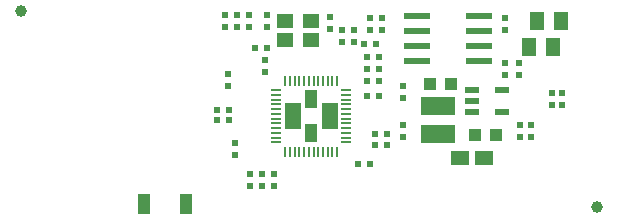
<source format=gbr>
%TF.GenerationSoftware,KiCad,Pcbnew,7.0.9-7.0.9~ubuntu22.04.1*%
%TF.CreationDate,2024-07-08T15:30:03+03:00*%
%TF.ProjectId,USB-GIGABIT_Rev_E,5553422d-4749-4474-9142-49545f526576,E*%
%TF.SameCoordinates,PX3473bc0PY4bd12e0*%
%TF.FileFunction,Paste,Top*%
%TF.FilePolarity,Positive*%
%FSLAX46Y46*%
G04 Gerber Fmt 4.6, Leading zero omitted, Abs format (unit mm)*
G04 Created by KiCad (PCBNEW 7.0.9-7.0.9~ubuntu22.04.1) date 2024-07-08 15:30:03*
%MOMM*%
%LPD*%
G01*
G04 APERTURE LIST*
%ADD10R,0.550000X0.500000*%
%ADD11R,0.500000X0.550000*%
%ADD12R,1.270000X1.524000*%
%ADD13R,1.016000X1.778000*%
%ADD14R,1.016000X1.016000*%
%ADD15R,1.524000X1.270000*%
%ADD16R,2.200000X0.600000*%
%ADD17R,0.211000X0.927000*%
%ADD18R,0.927000X0.211000*%
%ADD19R,1.100000X1.649998*%
%ADD20R,1.400000X2.300000*%
%ADD21R,1.400000X1.200000*%
%ADD22R,3.000000X1.600000*%
%ADD23R,1.200000X0.550000*%
%ADD24C,1.000000*%
G04 APERTURE END LIST*
D10*
X46219000Y10031000D03*
X46219000Y11047000D03*
D11*
X17898000Y9650000D03*
X18914000Y9650000D03*
X17898000Y8761000D03*
X18914000Y8761000D03*
D12*
X46346000Y14984000D03*
X44314000Y14984000D03*
D10*
X42282000Y16381000D03*
X42282000Y17397000D03*
X27423000Y16508000D03*
X27423000Y17524000D03*
X22089000Y16635000D03*
X22089000Y17651000D03*
D13*
X11675000Y1649000D03*
X15231000Y1649000D03*
D10*
X21962000Y13841000D03*
X21962000Y12825000D03*
X20692000Y3173000D03*
X20692000Y4189000D03*
D14*
X39742000Y7491000D03*
X41520000Y7491000D03*
D11*
X32249000Y7618000D03*
X31233000Y7618000D03*
X29455000Y16381000D03*
X28439000Y16381000D03*
D10*
X18787000Y12698000D03*
X18787000Y11682000D03*
D14*
X35932000Y11809000D03*
X37710000Y11809000D03*
D10*
X19422000Y5840000D03*
X19422000Y6856000D03*
D11*
X21073000Y14857000D03*
X22089000Y14857000D03*
D10*
X33646000Y11682000D03*
X33646000Y10666000D03*
D11*
X29455000Y15365000D03*
X28439000Y15365000D03*
X31233000Y6700000D03*
X32249000Y6700000D03*
D10*
X22724000Y3173000D03*
X22724000Y4189000D03*
X21708000Y3173000D03*
X21708000Y4189000D03*
D11*
X30852000Y5078000D03*
X29836000Y5078000D03*
D15*
X40504000Y5586000D03*
X38472000Y5586000D03*
D10*
X43552000Y7364000D03*
X43552000Y8380000D03*
X44441000Y7364000D03*
X44441000Y8380000D03*
D12*
X46981000Y17143000D03*
X44949000Y17143000D03*
D11*
X30852000Y17397000D03*
X31868000Y17397000D03*
X31868000Y16381000D03*
X30852000Y16381000D03*
X31614000Y12063000D03*
X30598000Y12063000D03*
X31614000Y13079000D03*
X30598000Y13079000D03*
D10*
X33646000Y8380000D03*
X33646000Y7364000D03*
D11*
X31360000Y15238000D03*
X30344000Y15238000D03*
X30598000Y14095000D03*
X31614000Y14095000D03*
D16*
X34856000Y17547137D03*
X34856000Y16277137D03*
X34856000Y15007137D03*
X34856000Y13737137D03*
X40056000Y13737137D03*
X40056000Y15007137D03*
X40056000Y16277137D03*
X40056000Y17547137D03*
D17*
X28065988Y12078000D03*
X27665988Y12078000D03*
X27265988Y12078000D03*
X26865988Y12078000D03*
X26465988Y12078000D03*
X26065988Y12078000D03*
X25665988Y12078000D03*
X25265988Y12078000D03*
X24865988Y12078000D03*
X24465988Y12078000D03*
X24065988Y12078000D03*
X23665988Y12078000D03*
D18*
X28849488Y11294500D03*
X22882488Y11294500D03*
X28849488Y10894500D03*
X22882488Y10894500D03*
D19*
X25865988Y10519500D03*
D18*
X28849488Y10494500D03*
X22882488Y10494500D03*
X28849488Y10094500D03*
X22882488Y10094500D03*
X28849488Y9694500D03*
X22882488Y9694500D03*
X28849488Y9294500D03*
X22882488Y9294500D03*
D20*
X27415988Y9094500D03*
X24315988Y9094500D03*
D18*
X28849488Y8894500D03*
X22882488Y8894500D03*
X28849488Y8494500D03*
X22882488Y8494500D03*
X28849488Y8094500D03*
X22882488Y8094500D03*
X28849488Y7694500D03*
X22882488Y7694500D03*
D19*
X25865988Y7669501D03*
D18*
X28849488Y7294500D03*
X22882488Y7294500D03*
X28849488Y6894500D03*
X22882488Y6894500D03*
D17*
X28065988Y6111000D03*
X27665988Y6111000D03*
X27265988Y6111000D03*
X26865988Y6111000D03*
X26465988Y6111000D03*
X26065988Y6111000D03*
X25665988Y6111000D03*
X25265988Y6111000D03*
X24865988Y6111000D03*
X24465988Y6111000D03*
X24065988Y6111000D03*
X23665988Y6111000D03*
D21*
X23656000Y15581000D03*
X25856000Y15581000D03*
X25856000Y17181000D03*
X23656000Y17181000D03*
D11*
X30598000Y10793000D03*
X31614000Y10793000D03*
D10*
X19549000Y17651000D03*
X19549000Y16635000D03*
X18533000Y17651000D03*
X18533000Y16635000D03*
X20565000Y16635000D03*
X20565000Y17651000D03*
D22*
X36567000Y7561000D03*
X36567000Y9961000D03*
D10*
X43425000Y12571000D03*
X43425000Y13587000D03*
X42282000Y13587000D03*
X42282000Y12571000D03*
D23*
X39458000Y11362000D03*
X39458000Y10412000D03*
X39458000Y9462000D03*
X42058000Y9462000D03*
X42058000Y11362000D03*
D10*
X47108000Y10031000D03*
X47108000Y11047000D03*
D24*
X1261000Y18032000D03*
X50029000Y1395000D03*
M02*

</source>
